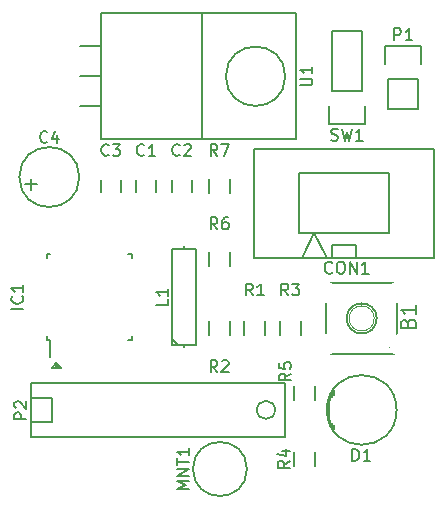
<source format=gbr>
G04 #@! TF.GenerationSoftware,KiCad,Pcbnew,(2017-09-19 revision dddaa7e69)-makepkg*
G04 #@! TF.CreationDate,2017-11-10T02:15:54+01:00*
G04 #@! TF.ProjectId,RICOH_AFICIO_SG_2100N_GEL_CHIP_RESETTER,5249434F485F41464943494F5F53475F,1*
G04 #@! TF.SameCoordinates,Original*
G04 #@! TF.FileFunction,Legend,Top*
G04 #@! TF.FilePolarity,Positive*
%FSLAX46Y46*%
G04 Gerber Fmt 4.6, Leading zero omitted, Abs format (unit mm)*
G04 Created by KiCad (PCBNEW (2017-09-19 revision dddaa7e69)-makepkg) date 11/10/17 02:15:54*
%MOMM*%
%LPD*%
G01*
G04 APERTURE LIST*
%ADD10C,0.200000*%
%ADD11C,0.127000*%
%ADD12C,0.100000*%
%ADD13C,0.063500*%
%ADD14C,0.150000*%
%ADD15C,0.203200*%
%ADD16C,1.905000*%
%ADD17C,1.501140*%
%ADD18R,1.524000X1.524000*%
%ADD19C,1.524000*%
%ADD20R,0.550000X1.600000*%
%ADD21R,1.600000X0.550000*%
%ADD22R,2.032000X2.032000*%
%ADD23O,2.032000X2.032000*%
%ADD24R,2.032000X1.727200*%
%ADD25O,2.032000X1.727200*%
%ADD26R,1.250000X1.500000*%
%ADD27R,1.300000X1.500000*%
%ADD28C,4.000000*%
%ADD29C,2.200000*%
%ADD30O,1.000000X1.900000*%
%ADD31R,1.000000X1.900000*%
%ADD32O,2.499360X1.501140*%
%ADD33C,3.799840*%
G04 APERTURE END LIST*
D10*
X161700000Y-116400000D02*
X161700000Y-116500000D01*
X161900000Y-116100000D02*
X161900000Y-116500000D01*
X161900000Y-119400000D02*
X161900000Y-119000000D01*
X161600000Y-118700000D02*
X161600000Y-118600000D01*
X161600000Y-119000000D02*
X161600000Y-118700000D01*
X161600000Y-116700000D02*
X161600000Y-116900000D01*
X161700000Y-116600000D02*
X161600000Y-116700000D01*
X161400000Y-118100000D02*
X161400000Y-117400000D01*
X161500000Y-118500000D02*
X161500000Y-116900000D01*
X138500000Y-114100000D02*
X138300000Y-114100000D01*
X138400000Y-114100000D02*
X138500000Y-114100000D01*
X138400000Y-113800000D02*
X138400000Y-114100000D01*
X138000000Y-114200000D02*
X138400000Y-113800000D01*
X138800000Y-114200000D02*
X138000000Y-114200000D01*
X138400000Y-113800000D02*
X138800000Y-114200000D01*
D11*
X167249740Y-107200920D02*
X167747580Y-107200920D01*
X167747580Y-107200920D02*
X167747580Y-108300740D01*
X167747580Y-108300740D02*
X167249740Y-108300740D01*
X167249740Y-111699260D02*
X167747580Y-111699260D01*
X167747580Y-111699260D02*
X167747580Y-112799080D01*
X167747580Y-112799080D02*
X167249740Y-112799080D01*
X161250260Y-112799080D02*
X160752420Y-112799080D01*
X160752420Y-112799080D02*
X160752420Y-111699260D01*
X160752420Y-111699260D02*
X161250260Y-111699260D01*
X161250260Y-107200920D02*
X160752420Y-107200920D01*
X160752420Y-107200920D02*
X160752420Y-108300740D01*
X160752420Y-108300740D02*
X161250260Y-108300740D01*
X167148140Y-107000260D02*
X161351860Y-107000260D01*
X161250260Y-107101860D02*
X161250260Y-108300740D01*
X161250260Y-108300740D02*
X161250260Y-111699260D01*
X161250260Y-111699260D02*
X161250260Y-112898140D01*
X161351860Y-112999740D02*
X167148140Y-112999740D01*
X167249740Y-112898140D02*
X167249740Y-111699260D01*
X167249740Y-111699260D02*
X167249740Y-108300740D01*
X167249740Y-108300740D02*
X167249740Y-107101860D01*
D12*
X165309670Y-110000000D02*
G75*
G03X165309670Y-110000000I-1059670J0D01*
G01*
D13*
X166889452Y-107500640D02*
G75*
G03X166889452Y-107500640I-140092J0D01*
G01*
X166889452Y-112499360D02*
G75*
G03X166889452Y-112499360I-140092J0D01*
G01*
X161890732Y-112499360D02*
G75*
G03X161890732Y-112499360I-140092J0D01*
G01*
X161890732Y-107500640D02*
G75*
G03X161890732Y-107500640I-140092J0D01*
G01*
D10*
X165521604Y-110000000D02*
G75*
G03X165521604Y-110000000I-1271604J0D01*
G01*
D11*
X167249740Y-107101860D02*
G75*
G03X167148140Y-107000260I-101600J0D01*
G01*
X161351860Y-107000260D02*
G75*
G03X161250260Y-107101860I0J-101600D01*
G01*
X161250260Y-112898140D02*
G75*
G03X161351860Y-112999740I101600J0D01*
G01*
X167148140Y-112999740D02*
G75*
G03X167249740Y-112898140I0J101600D01*
G01*
D14*
X136250600Y-99147600D02*
X136250600Y-98182400D01*
X135768000Y-98639600D02*
X136733200Y-98639600D01*
X140340000Y-98030000D02*
G75*
G03X140340000Y-98030000I-2540000J0D01*
G01*
X160250000Y-102750000D02*
X161250000Y-104750000D01*
X160250000Y-102750000D02*
X159250000Y-104750000D01*
X163750000Y-104750000D02*
X163750000Y-103750000D01*
X163750000Y-103750000D02*
X161750000Y-103750000D01*
X161750000Y-103750000D02*
X161750000Y-104750000D01*
X155130000Y-104850000D02*
X170370000Y-104850000D01*
X170370000Y-104850000D02*
X170370000Y-95650000D01*
X170370000Y-95650000D02*
X155130000Y-95650000D01*
X155130000Y-95650000D02*
X155130000Y-104850000D01*
D15*
X166560000Y-102790000D02*
X158940000Y-102790000D01*
X158940000Y-97710000D02*
X166560000Y-97710000D01*
X166560000Y-97710000D02*
X166560000Y-102790000D01*
X158940000Y-102790000D02*
X158940000Y-97710000D01*
D14*
X137575000Y-111825000D02*
X137900000Y-111825000D01*
X137575000Y-104575000D02*
X137900000Y-104575000D01*
X144825000Y-104575000D02*
X144500000Y-104575000D01*
X144825000Y-111825000D02*
X144500000Y-111825000D01*
X137575000Y-111825000D02*
X137575000Y-111500000D01*
X144825000Y-111825000D02*
X144825000Y-111500000D01*
X144825000Y-104575000D02*
X144825000Y-104900000D01*
X137575000Y-104575000D02*
X137575000Y-104900000D01*
X137900000Y-111825000D02*
X137900000Y-113250000D01*
X149200000Y-113280000D02*
X149200000Y-112264000D01*
X149200000Y-112264000D02*
X148184000Y-112264000D01*
X148184000Y-112264000D02*
X148184000Y-104136000D01*
X148184000Y-104136000D02*
X150216000Y-104136000D01*
X150216000Y-104136000D02*
X150216000Y-112264000D01*
X150216000Y-112264000D02*
X149200000Y-112264000D01*
X148692000Y-112264000D02*
X148184000Y-111756000D01*
X149200000Y-103120000D02*
X149200000Y-104136000D01*
X169020000Y-89770000D02*
X169020000Y-92310000D01*
X169300000Y-86950000D02*
X169300000Y-88500000D01*
X169020000Y-89770000D02*
X166480000Y-89770000D01*
X166200000Y-88500000D02*
X166200000Y-86950000D01*
X166200000Y-86950000D02*
X169300000Y-86950000D01*
X166480000Y-89770000D02*
X166480000Y-92310000D01*
X166480000Y-92310000D02*
X169020000Y-92310000D01*
X164270000Y-90730000D02*
X164270000Y-85650000D01*
X164270000Y-85650000D02*
X161730000Y-85650000D01*
X161730000Y-85650000D02*
X161730000Y-90730000D01*
X161450000Y-93550000D02*
X161450000Y-92000000D01*
X161730000Y-90730000D02*
X164270000Y-90730000D01*
X164550000Y-92000000D02*
X164550000Y-93550000D01*
X164550000Y-93550000D02*
X161450000Y-93550000D01*
X145150000Y-98300000D02*
X145150000Y-99300000D01*
X146850000Y-99300000D02*
X146850000Y-98300000D01*
X148150000Y-98300000D02*
X148150000Y-99300000D01*
X149850000Y-99300000D02*
X149850000Y-98300000D01*
X142150000Y-98300000D02*
X142150000Y-99300000D01*
X143850000Y-99300000D02*
X143850000Y-98300000D01*
X156075000Y-110200000D02*
X156075000Y-111400000D01*
X154325000Y-111400000D02*
X154325000Y-110200000D01*
X151325000Y-111400000D02*
X151325000Y-110200000D01*
X153075000Y-110200000D02*
X153075000Y-111400000D01*
X159075000Y-110200000D02*
X159075000Y-111400000D01*
X157325000Y-111400000D02*
X157325000Y-110200000D01*
X153075000Y-98200000D02*
X153075000Y-99400000D01*
X151325000Y-99400000D02*
X151325000Y-98200000D01*
X153075000Y-104400000D02*
X153075000Y-105600000D01*
X151325000Y-105600000D02*
X151325000Y-104400000D01*
X154536000Y-122750000D02*
G75*
G03X154536000Y-122750000I-2286000J0D01*
G01*
X156913217Y-117750000D02*
G75*
G03X156913217Y-117750000I-763217J0D01*
G01*
X136250000Y-118750000D02*
X138000000Y-118750000D01*
X138000000Y-118750000D02*
X138000000Y-116750000D01*
X138000000Y-116750000D02*
X136250000Y-116750000D01*
X136250000Y-120000000D02*
X157750000Y-120000000D01*
X157750000Y-120000000D02*
X157750000Y-115500000D01*
X157750000Y-115500000D02*
X136250000Y-115500000D01*
X136250000Y-115500000D02*
X136250000Y-120000000D01*
X161755000Y-118850000D02*
X161755000Y-119300000D01*
X167205000Y-117750000D02*
G75*
G03X167205000Y-117750000I-2950000J0D01*
G01*
X161755000Y-116650000D02*
X161755000Y-116200000D01*
X160275000Y-121300000D02*
X160275000Y-122500000D01*
X158525000Y-122500000D02*
X158525000Y-121300000D01*
X160275000Y-115700000D02*
X160275000Y-116900000D01*
X158525000Y-116900000D02*
X158525000Y-115700000D01*
X157778472Y-89500000D02*
G75*
G03X157778472Y-89500000I-2514472J0D01*
G01*
X142183000Y-86960000D02*
X140405000Y-86960000D01*
X142183000Y-89500000D02*
X140405000Y-89500000D01*
X142183000Y-92040000D02*
X140405000Y-92040000D01*
X150692000Y-94834000D02*
X158693000Y-94834000D01*
X158693000Y-94834000D02*
X158693000Y-84166000D01*
X158693000Y-84166000D02*
X150692000Y-84166000D01*
X142183000Y-94834000D02*
X150692000Y-94834000D01*
X150692000Y-94834000D02*
X150692000Y-84166000D01*
X150692000Y-84166000D02*
X142183000Y-84166000D01*
X142183000Y-89500000D02*
X142183000Y-84166000D01*
X142183000Y-89500000D02*
X142183000Y-94834000D01*
X168159285Y-110414047D02*
X168219761Y-110232619D01*
X168280238Y-110172142D01*
X168401190Y-110111666D01*
X168582619Y-110111666D01*
X168703571Y-110172142D01*
X168764047Y-110232619D01*
X168824523Y-110353571D01*
X168824523Y-110837380D01*
X167554523Y-110837380D01*
X167554523Y-110414047D01*
X167615000Y-110293095D01*
X167675476Y-110232619D01*
X167796428Y-110172142D01*
X167917380Y-110172142D01*
X168038333Y-110232619D01*
X168098809Y-110293095D01*
X168159285Y-110414047D01*
X168159285Y-110837380D01*
X168824523Y-108902142D02*
X168824523Y-109627857D01*
X168824523Y-109265000D02*
X167554523Y-109265000D01*
X167735952Y-109385952D01*
X167856904Y-109506904D01*
X167917380Y-109627857D01*
X137633333Y-95057142D02*
X137585714Y-95104761D01*
X137442857Y-95152380D01*
X137347619Y-95152380D01*
X137204761Y-95104761D01*
X137109523Y-95009523D01*
X137061904Y-94914285D01*
X137014285Y-94723809D01*
X137014285Y-94580952D01*
X137061904Y-94390476D01*
X137109523Y-94295238D01*
X137204761Y-94200000D01*
X137347619Y-94152380D01*
X137442857Y-94152380D01*
X137585714Y-94200000D01*
X137633333Y-94247619D01*
X138490476Y-94485714D02*
X138490476Y-95152380D01*
X138252380Y-94104761D02*
X138014285Y-94819047D01*
X138633333Y-94819047D01*
D15*
X161766285Y-106112857D02*
X161717904Y-106161238D01*
X161572761Y-106209619D01*
X161476000Y-106209619D01*
X161330857Y-106161238D01*
X161234095Y-106064476D01*
X161185714Y-105967714D01*
X161137333Y-105774190D01*
X161137333Y-105629047D01*
X161185714Y-105435523D01*
X161234095Y-105338761D01*
X161330857Y-105242000D01*
X161476000Y-105193619D01*
X161572761Y-105193619D01*
X161717904Y-105242000D01*
X161766285Y-105290380D01*
X162395238Y-105193619D02*
X162588761Y-105193619D01*
X162685523Y-105242000D01*
X162782285Y-105338761D01*
X162830666Y-105532285D01*
X162830666Y-105870952D01*
X162782285Y-106064476D01*
X162685523Y-106161238D01*
X162588761Y-106209619D01*
X162395238Y-106209619D01*
X162298476Y-106161238D01*
X162201714Y-106064476D01*
X162153333Y-105870952D01*
X162153333Y-105532285D01*
X162201714Y-105338761D01*
X162298476Y-105242000D01*
X162395238Y-105193619D01*
X163266095Y-106209619D02*
X163266095Y-105193619D01*
X163846666Y-106209619D01*
X163846666Y-105193619D01*
X164862666Y-106209619D02*
X164282095Y-106209619D01*
X164572380Y-106209619D02*
X164572380Y-105193619D01*
X164475619Y-105338761D01*
X164378857Y-105435523D01*
X164282095Y-105483904D01*
D14*
X135602380Y-109176190D02*
X134602380Y-109176190D01*
X135507142Y-108128571D02*
X135554761Y-108176190D01*
X135602380Y-108319047D01*
X135602380Y-108414285D01*
X135554761Y-108557142D01*
X135459523Y-108652380D01*
X135364285Y-108700000D01*
X135173809Y-108747619D01*
X135030952Y-108747619D01*
X134840476Y-108700000D01*
X134745238Y-108652380D01*
X134650000Y-108557142D01*
X134602380Y-108414285D01*
X134602380Y-108319047D01*
X134650000Y-108176190D01*
X134697619Y-108128571D01*
X135602380Y-107176190D02*
X135602380Y-107747619D01*
X135602380Y-107461904D02*
X134602380Y-107461904D01*
X134745238Y-107557142D01*
X134840476Y-107652380D01*
X134888095Y-107747619D01*
X147852380Y-108366666D02*
X147852380Y-108842857D01*
X146852380Y-108842857D01*
X147852380Y-107509523D02*
X147852380Y-108080952D01*
X147852380Y-107795238D02*
X146852380Y-107795238D01*
X146995238Y-107890476D01*
X147090476Y-107985714D01*
X147138095Y-108080952D01*
X167011904Y-86452380D02*
X167011904Y-85452380D01*
X167392857Y-85452380D01*
X167488095Y-85500000D01*
X167535714Y-85547619D01*
X167583333Y-85642857D01*
X167583333Y-85785714D01*
X167535714Y-85880952D01*
X167488095Y-85928571D01*
X167392857Y-85976190D01*
X167011904Y-85976190D01*
X168535714Y-86452380D02*
X167964285Y-86452380D01*
X168250000Y-86452380D02*
X168250000Y-85452380D01*
X168154761Y-85595238D01*
X168059523Y-85690476D01*
X167964285Y-85738095D01*
X161666666Y-94904761D02*
X161809523Y-94952380D01*
X162047619Y-94952380D01*
X162142857Y-94904761D01*
X162190476Y-94857142D01*
X162238095Y-94761904D01*
X162238095Y-94666666D01*
X162190476Y-94571428D01*
X162142857Y-94523809D01*
X162047619Y-94476190D01*
X161857142Y-94428571D01*
X161761904Y-94380952D01*
X161714285Y-94333333D01*
X161666666Y-94238095D01*
X161666666Y-94142857D01*
X161714285Y-94047619D01*
X161761904Y-94000000D01*
X161857142Y-93952380D01*
X162095238Y-93952380D01*
X162238095Y-94000000D01*
X162571428Y-93952380D02*
X162809523Y-94952380D01*
X163000000Y-94238095D01*
X163190476Y-94952380D01*
X163428571Y-93952380D01*
X164333333Y-94952380D02*
X163761904Y-94952380D01*
X164047619Y-94952380D02*
X164047619Y-93952380D01*
X163952380Y-94095238D01*
X163857142Y-94190476D01*
X163761904Y-94238095D01*
X145833333Y-96157142D02*
X145785714Y-96204761D01*
X145642857Y-96252380D01*
X145547619Y-96252380D01*
X145404761Y-96204761D01*
X145309523Y-96109523D01*
X145261904Y-96014285D01*
X145214285Y-95823809D01*
X145214285Y-95680952D01*
X145261904Y-95490476D01*
X145309523Y-95395238D01*
X145404761Y-95300000D01*
X145547619Y-95252380D01*
X145642857Y-95252380D01*
X145785714Y-95300000D01*
X145833333Y-95347619D01*
X146785714Y-96252380D02*
X146214285Y-96252380D01*
X146500000Y-96252380D02*
X146500000Y-95252380D01*
X146404761Y-95395238D01*
X146309523Y-95490476D01*
X146214285Y-95538095D01*
X148833333Y-96157142D02*
X148785714Y-96204761D01*
X148642857Y-96252380D01*
X148547619Y-96252380D01*
X148404761Y-96204761D01*
X148309523Y-96109523D01*
X148261904Y-96014285D01*
X148214285Y-95823809D01*
X148214285Y-95680952D01*
X148261904Y-95490476D01*
X148309523Y-95395238D01*
X148404761Y-95300000D01*
X148547619Y-95252380D01*
X148642857Y-95252380D01*
X148785714Y-95300000D01*
X148833333Y-95347619D01*
X149214285Y-95347619D02*
X149261904Y-95300000D01*
X149357142Y-95252380D01*
X149595238Y-95252380D01*
X149690476Y-95300000D01*
X149738095Y-95347619D01*
X149785714Y-95442857D01*
X149785714Y-95538095D01*
X149738095Y-95680952D01*
X149166666Y-96252380D01*
X149785714Y-96252380D01*
X142833333Y-96157142D02*
X142785714Y-96204761D01*
X142642857Y-96252380D01*
X142547619Y-96252380D01*
X142404761Y-96204761D01*
X142309523Y-96109523D01*
X142261904Y-96014285D01*
X142214285Y-95823809D01*
X142214285Y-95680952D01*
X142261904Y-95490476D01*
X142309523Y-95395238D01*
X142404761Y-95300000D01*
X142547619Y-95252380D01*
X142642857Y-95252380D01*
X142785714Y-95300000D01*
X142833333Y-95347619D01*
X143166666Y-95252380D02*
X143785714Y-95252380D01*
X143452380Y-95633333D01*
X143595238Y-95633333D01*
X143690476Y-95680952D01*
X143738095Y-95728571D01*
X143785714Y-95823809D01*
X143785714Y-96061904D01*
X143738095Y-96157142D01*
X143690476Y-96204761D01*
X143595238Y-96252380D01*
X143309523Y-96252380D01*
X143214285Y-96204761D01*
X143166666Y-96157142D01*
X155033333Y-108052380D02*
X154700000Y-107576190D01*
X154461904Y-108052380D02*
X154461904Y-107052380D01*
X154842857Y-107052380D01*
X154938095Y-107100000D01*
X154985714Y-107147619D01*
X155033333Y-107242857D01*
X155033333Y-107385714D01*
X154985714Y-107480952D01*
X154938095Y-107528571D01*
X154842857Y-107576190D01*
X154461904Y-107576190D01*
X155985714Y-108052380D02*
X155414285Y-108052380D01*
X155700000Y-108052380D02*
X155700000Y-107052380D01*
X155604761Y-107195238D01*
X155509523Y-107290476D01*
X155414285Y-107338095D01*
X152033333Y-114552380D02*
X151700000Y-114076190D01*
X151461904Y-114552380D02*
X151461904Y-113552380D01*
X151842857Y-113552380D01*
X151938095Y-113600000D01*
X151985714Y-113647619D01*
X152033333Y-113742857D01*
X152033333Y-113885714D01*
X151985714Y-113980952D01*
X151938095Y-114028571D01*
X151842857Y-114076190D01*
X151461904Y-114076190D01*
X152414285Y-113647619D02*
X152461904Y-113600000D01*
X152557142Y-113552380D01*
X152795238Y-113552380D01*
X152890476Y-113600000D01*
X152938095Y-113647619D01*
X152985714Y-113742857D01*
X152985714Y-113838095D01*
X152938095Y-113980952D01*
X152366666Y-114552380D01*
X152985714Y-114552380D01*
X158033333Y-108052380D02*
X157700000Y-107576190D01*
X157461904Y-108052380D02*
X157461904Y-107052380D01*
X157842857Y-107052380D01*
X157938095Y-107100000D01*
X157985714Y-107147619D01*
X158033333Y-107242857D01*
X158033333Y-107385714D01*
X157985714Y-107480952D01*
X157938095Y-107528571D01*
X157842857Y-107576190D01*
X157461904Y-107576190D01*
X158366666Y-107052380D02*
X158985714Y-107052380D01*
X158652380Y-107433333D01*
X158795238Y-107433333D01*
X158890476Y-107480952D01*
X158938095Y-107528571D01*
X158985714Y-107623809D01*
X158985714Y-107861904D01*
X158938095Y-107957142D01*
X158890476Y-108004761D01*
X158795238Y-108052380D01*
X158509523Y-108052380D01*
X158414285Y-108004761D01*
X158366666Y-107957142D01*
X152033333Y-96252380D02*
X151700000Y-95776190D01*
X151461904Y-96252380D02*
X151461904Y-95252380D01*
X151842857Y-95252380D01*
X151938095Y-95300000D01*
X151985714Y-95347619D01*
X152033333Y-95442857D01*
X152033333Y-95585714D01*
X151985714Y-95680952D01*
X151938095Y-95728571D01*
X151842857Y-95776190D01*
X151461904Y-95776190D01*
X152366666Y-95252380D02*
X153033333Y-95252380D01*
X152604761Y-96252380D01*
X152033333Y-102452380D02*
X151700000Y-101976190D01*
X151461904Y-102452380D02*
X151461904Y-101452380D01*
X151842857Y-101452380D01*
X151938095Y-101500000D01*
X151985714Y-101547619D01*
X152033333Y-101642857D01*
X152033333Y-101785714D01*
X151985714Y-101880952D01*
X151938095Y-101928571D01*
X151842857Y-101976190D01*
X151461904Y-101976190D01*
X152890476Y-101452380D02*
X152700000Y-101452380D01*
X152604761Y-101500000D01*
X152557142Y-101547619D01*
X152461904Y-101690476D01*
X152414285Y-101880952D01*
X152414285Y-102261904D01*
X152461904Y-102357142D01*
X152509523Y-102404761D01*
X152604761Y-102452380D01*
X152795238Y-102452380D01*
X152890476Y-102404761D01*
X152938095Y-102357142D01*
X152985714Y-102261904D01*
X152985714Y-102023809D01*
X152938095Y-101928571D01*
X152890476Y-101880952D01*
X152795238Y-101833333D01*
X152604761Y-101833333D01*
X152509523Y-101880952D01*
X152461904Y-101928571D01*
X152414285Y-102023809D01*
X149654380Y-124464285D02*
X148654380Y-124464285D01*
X149368666Y-124130952D01*
X148654380Y-123797619D01*
X149654380Y-123797619D01*
X149654380Y-123321428D02*
X148654380Y-123321428D01*
X149654380Y-122750000D01*
X148654380Y-122750000D01*
X148654380Y-122416666D02*
X148654380Y-121845238D01*
X149654380Y-122130952D02*
X148654380Y-122130952D01*
X149654380Y-120988095D02*
X149654380Y-121559523D01*
X149654380Y-121273809D02*
X148654380Y-121273809D01*
X148797238Y-121369047D01*
X148892476Y-121464285D01*
X148940095Y-121559523D01*
X135852380Y-118538095D02*
X134852380Y-118538095D01*
X134852380Y-118157142D01*
X134900000Y-118061904D01*
X134947619Y-118014285D01*
X135042857Y-117966666D01*
X135185714Y-117966666D01*
X135280952Y-118014285D01*
X135328571Y-118061904D01*
X135376190Y-118157142D01*
X135376190Y-118538095D01*
X134947619Y-117585714D02*
X134900000Y-117538095D01*
X134852380Y-117442857D01*
X134852380Y-117204761D01*
X134900000Y-117109523D01*
X134947619Y-117061904D01*
X135042857Y-117014285D01*
X135138095Y-117014285D01*
X135280952Y-117061904D01*
X135852380Y-117633333D01*
X135852380Y-117014285D01*
X163461904Y-122052380D02*
X163461904Y-121052380D01*
X163700000Y-121052380D01*
X163842857Y-121100000D01*
X163938095Y-121195238D01*
X163985714Y-121290476D01*
X164033333Y-121480952D01*
X164033333Y-121623809D01*
X163985714Y-121814285D01*
X163938095Y-121909523D01*
X163842857Y-122004761D01*
X163700000Y-122052380D01*
X163461904Y-122052380D01*
X164985714Y-122052380D02*
X164414285Y-122052380D01*
X164700000Y-122052380D02*
X164700000Y-121052380D01*
X164604761Y-121195238D01*
X164509523Y-121290476D01*
X164414285Y-121338095D01*
X158152380Y-122066666D02*
X157676190Y-122400000D01*
X158152380Y-122638095D02*
X157152380Y-122638095D01*
X157152380Y-122257142D01*
X157200000Y-122161904D01*
X157247619Y-122114285D01*
X157342857Y-122066666D01*
X157485714Y-122066666D01*
X157580952Y-122114285D01*
X157628571Y-122161904D01*
X157676190Y-122257142D01*
X157676190Y-122638095D01*
X157485714Y-121209523D02*
X158152380Y-121209523D01*
X157104761Y-121447619D02*
X157819047Y-121685714D01*
X157819047Y-121066666D01*
X158252380Y-114666666D02*
X157776190Y-115000000D01*
X158252380Y-115238095D02*
X157252380Y-115238095D01*
X157252380Y-114857142D01*
X157300000Y-114761904D01*
X157347619Y-114714285D01*
X157442857Y-114666666D01*
X157585714Y-114666666D01*
X157680952Y-114714285D01*
X157728571Y-114761904D01*
X157776190Y-114857142D01*
X157776190Y-115238095D01*
X157252380Y-113761904D02*
X157252380Y-114238095D01*
X157728571Y-114285714D01*
X157680952Y-114238095D01*
X157633333Y-114142857D01*
X157633333Y-113904761D01*
X157680952Y-113809523D01*
X157728571Y-113761904D01*
X157823809Y-113714285D01*
X158061904Y-113714285D01*
X158157142Y-113761904D01*
X158204761Y-113809523D01*
X158252380Y-113904761D01*
X158252380Y-114142857D01*
X158204761Y-114238095D01*
X158157142Y-114285714D01*
X159052380Y-90261904D02*
X159861904Y-90261904D01*
X159957142Y-90214285D01*
X160004761Y-90166666D01*
X160052380Y-90071428D01*
X160052380Y-89880952D01*
X160004761Y-89785714D01*
X159957142Y-89738095D01*
X159861904Y-89690476D01*
X159052380Y-89690476D01*
X160052380Y-88690476D02*
X160052380Y-89261904D01*
X160052380Y-88976190D02*
X159052380Y-88976190D01*
X159195238Y-89071428D01*
X159290476Y-89166666D01*
X159338095Y-89261904D01*
%LPC*%
D16*
X167498660Y-107752100D03*
X161052140Y-107752100D03*
X167549460Y-112247900D03*
X161100400Y-112247900D03*
D17*
X137800000Y-96760000D03*
X137800000Y-99300000D03*
D18*
X160210000Y-101520000D03*
D19*
X160210000Y-98980000D03*
X162750000Y-101520000D03*
X162750000Y-98980000D03*
X165290000Y-101520000D03*
X165290000Y-98980000D03*
D20*
X138400000Y-112450000D03*
X139200000Y-112450000D03*
X140000000Y-112450000D03*
X140800000Y-112450000D03*
X141600000Y-112450000D03*
X142400000Y-112450000D03*
X143200000Y-112450000D03*
X144000000Y-112450000D03*
D21*
X145450000Y-111000000D03*
X145450000Y-110200000D03*
X145450000Y-109400000D03*
X145450000Y-108600000D03*
X145450000Y-107800000D03*
X145450000Y-107000000D03*
X145450000Y-106200000D03*
X145450000Y-105400000D03*
D20*
X144000000Y-103950000D03*
X143200000Y-103950000D03*
X142400000Y-103950000D03*
X141600000Y-103950000D03*
X140800000Y-103950000D03*
X140000000Y-103950000D03*
X139200000Y-103950000D03*
X138400000Y-103950000D03*
D21*
X136950000Y-105400000D03*
X136950000Y-106200000D03*
X136950000Y-107000000D03*
X136950000Y-107800000D03*
X136950000Y-108600000D03*
X136950000Y-109400000D03*
X136950000Y-110200000D03*
X136950000Y-111000000D03*
D19*
X149200000Y-113280000D03*
X149200000Y-103120000D03*
D22*
X167750000Y-88500000D03*
D23*
X167750000Y-91040000D03*
D24*
X163000000Y-92000000D03*
D25*
X163000000Y-89460000D03*
X163000000Y-86920000D03*
D26*
X146000000Y-100050000D03*
X146000000Y-97550000D03*
X149000000Y-100050000D03*
X149000000Y-97550000D03*
X143000000Y-100050000D03*
X143000000Y-97550000D03*
D27*
X155200000Y-112150000D03*
X155200000Y-109450000D03*
X152200000Y-109450000D03*
X152200000Y-112150000D03*
X158200000Y-112150000D03*
X158200000Y-109450000D03*
X152200000Y-100150000D03*
X152200000Y-97450000D03*
X152200000Y-106350000D03*
X152200000Y-103650000D03*
D28*
X152250000Y-122750000D03*
D29*
X141000000Y-117750000D03*
X145000000Y-117750000D03*
X149000000Y-117750000D03*
X153000000Y-117750000D03*
D30*
X162350000Y-117750000D03*
D31*
X163620000Y-117750000D03*
D30*
X164890000Y-117750000D03*
X166160000Y-117750000D03*
D27*
X159400000Y-123250000D03*
X159400000Y-120550000D03*
X159400000Y-117650000D03*
X159400000Y-114950000D03*
D32*
X138500000Y-89500000D03*
X138500000Y-86960000D03*
X138500000Y-92040000D03*
D33*
X155264000Y-89500000D03*
M02*

</source>
